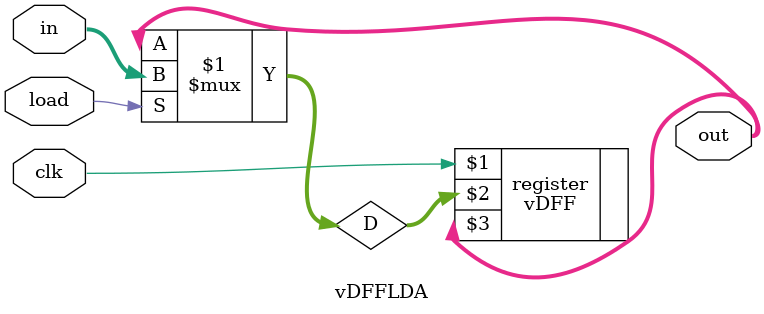
<source format=v>
module cpu(clk,reset,load,read_data,out,N,V,Z, mem_cmd, mem_addr, light);
  input clk, reset, load;
  input [15:0] read_data;
  output [15:0] out;
  output N, V, Z, light;
  output [1:0] mem_cmd;
  output [8:0] mem_addr;

  wire [15:0] irout, sximm5, sximm8;
  wire [2:0] nsel, readnum, writenum, opcode, cond, branch;
  wire [1:0] ALUop, shift, op;
  wire [3:0] vsel;
  wire loada, loadb, asel, bsel, loadc, loads, write, reset_pc, load_pc, load_da, load_ir, addr_sel;
  wire [8:0] next_pc, pc_in, da_out, new_pc, int_pc, pc_rd, sxim8, PC;


  instruction_register IR(clk, read_data, load_ir, irout);
  instruction_decoder ID(irout, nsel, ALUop, sximm5, sximm8, shift, readnum, writenum, opcode, op, cond, sxim8);
  datapath DP(clk, readnum, vsel, loada, loadb, shift, 
  asel, bsel, ALUop, loadc, loads, writenum, write, PC, read_data, sximm8, sximm5, out, Z, N, V);
  FSM FSM(clk, reset, opcode, op, nsel, loada, loadb, asel, bsel, vsel, loadc, loads, write, reset_pc, load_pc, load_ir, addr_sel, load_addr, mem_cmd, cond, branch, Z, N, V, light);
  vDFFLPC programCounter(clk, load_pc, new_pc, PC);
  vDFFLDA dataAddress(clk, load_addr, out[8:0], da_out);
  Mux3 #(9) muxPC((int_pc + sxim8), pc_rd, next_pc, branch, new_pc);

   assign pc_rd = out[8:0];
   assign int_pc = next_pc == 9'b0 ? 9'd1 : pc_in;
   assign pc_in = PC + 1;
   assign next_pc = reset_pc ? 9'b0 : pc_in;


   assign mem_addr = addr_sel ? PC : da_out;

endmodule




module vDFFLPC(clk, load, in, out); //module for the 9-bit PC loaded register
   input clk;
   input [8:0] in;
   output [8:0] out;
   wire [8:0] D; 
   input load;

   vDFF #(9) register(clk, D, out);
      assign D = load ?  in : out;
endmodule

module vDFFLDA(clk, load, in, out); //module for the 9-bit DA loaded register
   input clk;
   input [8:0] in;
   output [8:0] out;
   wire [8:0] D; 
   input load;

   vDFF #(9) register(clk, D, out);
      assign D = load ?  in : out;
endmodule


</source>
